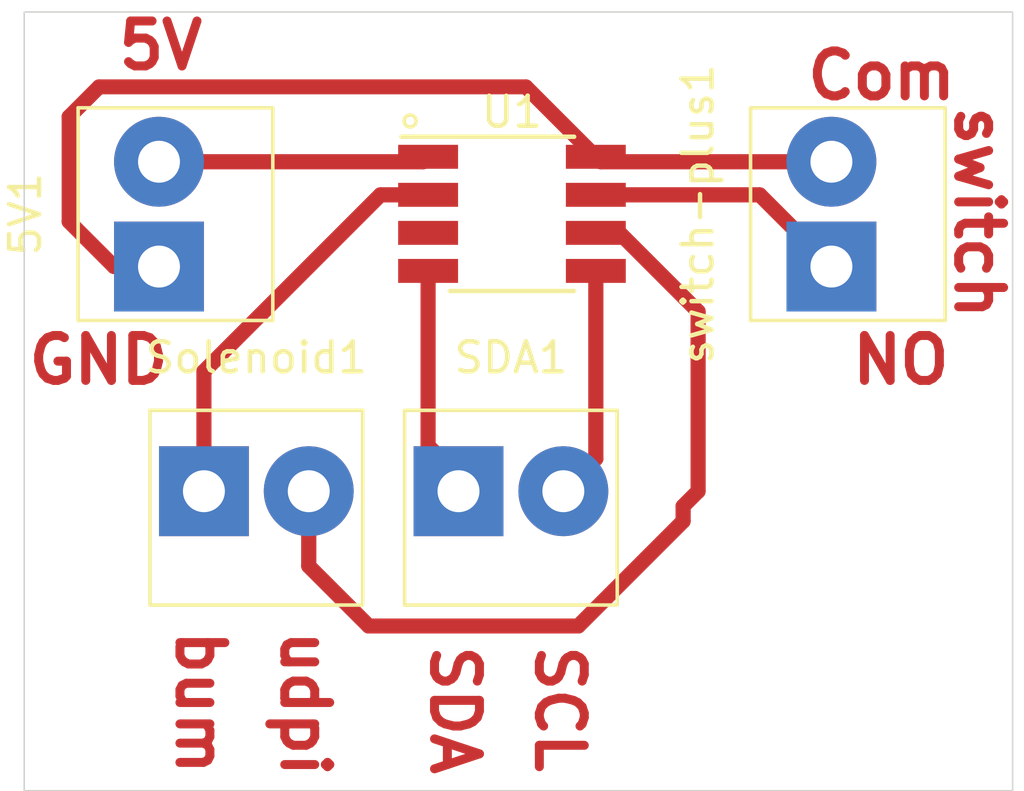
<source format=kicad_pcb>
(kicad_pcb (version 20240108) (generator "pcbnew") (generator_version "8.0")
  (layers (0 "F.Cu" signal) (31 "B.Cu" signal) (34 "B.Paste" user) (35 "F.Paste" user) (36 "B.SilkS" user "B.Silkscreen") (37 "F.SilkS" user "F.Silkscreen") (38 "B.Mask" user) (39 "F.Mask" user) (44 "Edge.Cuts" user))
  (net 0 "")
  (net 1 "Net-(5V1-Pin_2)")
  (net 2 "Net-(SDA1-Pin_1)")
  (net 3 "Net-(SDA1-Pin_2)")
  (net 4 "Net-(U1-PA3{slash}SCK)")
  (net 6 "Net-(Solenoid1-Pin_1)")
  (net 7 "Net-(Solenoid1-Pin_2)")
  (net 8 "Net-(5V1-Pin_1)")
  (footprint "fab:TerminalBlock_OnShore_1x02_P3.50mm_Horizontal" (layer "F.Cu") (at 171 95)
    (property "Reference" "SDA1" (at 1.75 -4.46 0) (layer "F.SilkS"))
    (property "Value" "SCL")
    (fp_line (start -1.8 -2.7) (end -1.8 3.8) (stroke (width 0.12)) (layer "F.SilkS"))
    (fp_line (start -1.8 -2.7) (end 5.3 -2.7) (stroke (width 0.12)) (layer "F.SilkS"))
    (fp_line (start -1.8 3.8) (end 5.3 3.8) (stroke (width 0.12)) (layer "F.SilkS"))
    (fp_line (start 5.3 -2.7) (end 5.3 3.8) (stroke (width 0.12)) (layer "F.SilkS"))
    (pad "1" thru_hole rect (at 0 0) (size 3 3) (drill 1.4) (layers "*.Cu" "*.Mask") (net 2 "Net-(SDA1-Pin_1)"))
    (pad "2" thru_hole circle (at 3.5 0) (size 3 3) (drill 1.4) (layers "*.Cu" "*.Mask") (net 3 "Net-(SDA1-Pin_2)"))
  )
  (footprint "fab:SOIC-8_3.9x4.9mm_P1.27mm" (layer "F.Cu") (at 172.785 85.74)
    (property "Reference" "U1" (at 0 -3.4 0) (layer "F.SilkS"))
    (property "Value" "Microcontroller_ATtiny412_SSFR")
    (fp_line (start -3.69 -2.575) (end 2.075 -2.575) (stroke (width 0.15)) (layer "F.SilkS"))
    (fp_line (start -2.075 2.575) (end 2.075 2.575) (stroke (width 0.15)) (layer "F.SilkS"))
    (fp_circle (center -3.4 -3.1) (end -3.2 -3.1) (stroke (width 0.12)) (fill none) (layer "F.SilkS"))
    (pad "1" smd rect (at -2.8 -1.905) (size 2 0.8) (layers "F.Cu" "F.Paste" "F.Mask") (net 1 "Net-(5V1-Pin_2)"))
    (pad "2" smd rect (at -2.8 -0.635) (size 2 0.8) (layers "F.Cu" "F.Paste" "F.Mask") (net 6 "Net-(Solenoid1-Pin_1)"))
    (pad "3" smd rect (at -2.8 0.635) (size 2 0.8) (layers "F.Cu" "F.Paste" "F.Mask"))
    (pad "4" smd rect (at -2.8 1.905) (size 2 0.8) (layers "F.Cu" "F.Paste" "F.Mask") (net 2 "Net-(SDA1-Pin_1)"))
    (pad "5" smd rect (at 2.8 1.905) (size 2 0.8) (layers "F.Cu" "F.Paste" "F.Mask") (net 3 "Net-(SDA1-Pin_2)"))
    (pad "6" smd rect (at 2.8 0.635) (size 2 0.8) (layers "F.Cu" "F.Paste" "F.Mask") (net 7 "Net-(Solenoid1-Pin_2)"))
    (pad "7" smd rect (at 2.8 -0.635) (size 2 0.8) (layers "F.Cu" "F.Paste" "F.Mask") (net 4 "Net-(U1-PA3{slash}SCK)"))
    (pad "8" smd rect (at 2.8 -1.905) (size 2 0.8) (layers "F.Cu" "F.Paste" "F.Mask") (net 8 "Net-(5V1-Pin_1)"))
  )
  (footprint "fab:TerminalBlock_OnShore_1x02_P3.50mm_Horizontal" (layer "F.Cu") (at 183.45 87.5 90)
    (property "Reference" "switch-plus1" (at 1.75 -4.46 -90) (layer "F.SilkS"))
    (property "Value" "switch-minus")
    (fp_line (start 5.3 -2.7) (end 5.3 3.8) (stroke (width 0.12)) (layer "F.SilkS"))
    (fp_line (start -1.8 -2.7) (end 5.3 -2.7) (stroke (width 0.12)) (layer "F.SilkS"))
    (fp_line (start -1.8 -2.7) (end -1.8 3.8) (stroke (width 0.12)) (layer "F.SilkS"))
    (fp_line (start -1.8 3.8) (end 5.3 3.8) (stroke (width 0.12)) (layer "F.SilkS"))
    (pad "1" thru_hole rect (at 0 0 90) (size 3 3) (drill 1.4) (layers "*.Cu" "*.Mask") (net 4 "Net-(U1-PA3{slash}SCK)"))
    (pad "2" thru_hole circle (at 3.5 0 90) (size 3 3) (drill 1.4) (layers "*.Cu" "*.Mask") (net 8 "Net-(5V1-Pin_1)"))
  )
  (footprint "fab:TerminalBlock_OnShore_1x02_P3.50mm_Horizontal" (layer "F.Cu") (at 162.5 95)
    (property "Reference" "Solenoid1" (at 1.75 -4.46 0) (layer "F.SilkS"))
    (property "Value" "UPDI")
    (fp_line (start -1.8 -2.7) (end -1.8 3.8) (stroke (width 0.12)) (layer "F.SilkS"))
    (fp_line (start -1.8 -2.7) (end 5.3 -2.7) (stroke (width 0.12)) (layer "F.SilkS"))
    (fp_line (start -1.8 3.8) (end 5.3 3.8) (stroke (width 0.12)) (layer "F.SilkS"))
    (fp_line (start 5.3 -2.7) (end 5.3 3.8) (stroke (width 0.12)) (layer "F.SilkS"))
    (pad "1" thru_hole rect (at 0 0) (size 3 3) (drill 1.4) (layers "*.Cu" "*.Mask") (net 6 "Net-(Solenoid1-Pin_1)"))
    (pad "2" thru_hole circle (at 3.5 0) (size 3 3) (drill 1.4) (layers "*.Cu" "*.Mask") (net 7 "Net-(Solenoid1-Pin_2)"))
  )
  (footprint "fab:TerminalBlock_OnShore_1x02_P3.50mm_Horizontal" (layer "F.Cu") (at 161 87.5 90)
    (property "Reference" "5V1" (at 1.75 -4.46 -90) (layer "F.SilkS"))
    (property "Value" "GND")
    (fp_line (start 5.3 -2.7) (end 5.3 3.8) (stroke (width 0.12)) (layer "F.SilkS"))
    (fp_line (start -1.8 -2.7) (end 5.3 -2.7) (stroke (width 0.12)) (layer "F.SilkS"))
    (fp_line (start -1.8 -2.7) (end -1.8 3.8) (stroke (width 0.12)) (layer "F.SilkS"))
    (fp_line (start -1.8 3.8) (end 5.3 3.8) (stroke (width 0.12)) (layer "F.SilkS"))
    (pad "1" thru_hole rect (at 0 0 90) (size 3 3) (drill 1.4) (layers "*.Cu" "*.Mask") (net 8 "Net-(5V1-Pin_1)"))
    (pad "2" thru_hole circle (at 3.5 0 90) (size 3 3) (drill 1.4) (layers "*.Cu" "*.Mask") (net 1 "Net-(5V1-Pin_2)"))
  )
  (gr_rect (start 156.5 79) (end 189.5 105) (stroke (width 0.05)) (fill none) (layer "Edge.Cuts"))
  (gr_text "udpi\n" (at 165 99.5 270) (layer "F.Cu") (effects (font (size 1.5 1.5) (thickness 0.3) (bold yes)) (justify left bottom)))
  (gr_text "bum" (at 161.5 99.5 270) (layer "F.Cu") (effects (font (size 1.5 1.5) (thickness 0.3) (bold yes)) (justify left bottom)))
  (gr_text "SDA" (at 170 100 -90) (layer "F.Cu") (effects (font (size 1.5 1.5) (thickness 0.3) (bold yes)) (justify left bottom)))
  (gr_text "GND" (at 156.5 91.5 0) (layer "F.Cu") (effects (font (size 1.5 1.5) (thickness 0.3) (bold yes)) (justify left bottom)))
  (gr_text "SCL" (at 173.5 100 -90) (layer "F.Cu") (effects (font (size 1.5 1.5) (thickness 0.3) (bold yes)) (justify left bottom)))
  (gr_text "5V" (at 159.5 81 0) (layer "F.Cu") (effects (font (size 1.5 1.5) (thickness 0.3) (bold yes)) (justify left bottom)))
  (gr_text "NO" (at 184 91.5 0) (layer "F.Cu") (effects (font (size 1.5 1.5) (thickness 0.3) (bold yes)) (justify left bottom)))
  (gr_text "switch" (at 187.5 82 -90) (layer "F.Cu") (effects (font (size 1.5 1.5) (thickness 0.3) (bold yes)) (justify left bottom)))
  (gr_text "Com" (at 182.5 82 0) (layer "F.Cu") (effects (font (size 1.5 1.5) (thickness 0.3) (bold yes)) (justify left bottom)))
  (segment (start 161 84) (end 169.82 84) (width 0.5) (layer "F.Cu") (net 1))
  (segment (start 169.82 84) (end 169.985 83.835) (width 0.5) (layer "F.Cu") (net 1))
  (segment (start 161 84) (end 169.82 84) (width 0.5) (layer "F.Cu") (net 1))
  (segment (start 169.82 84) (end 169.985 83.835) (width 0.5) (layer "F.Cu") (net 1))
  (segment (start 171 95) (end 171 94.5) (width 0.5) (layer "F.Cu") (net 2))
  (segment (start 169.985 93.485) (end 169.985 87.645) (width 0.5) (layer "F.Cu") (net 2))
  (segment (start 169.985 93.485) (end 169.985 87.645) (width 0.5) (layer "F.Cu") (net 2))
  (segment (start 171 94.5) (end 169.985 93.485) (width 0.5) (layer "F.Cu") (net 2))
  (segment (start 171 95) (end 171 94.5) (width 0.5) (layer "F.Cu") (net 2))
  (segment (start 171 94.5) (end 169.985 93.485) (width 0.5) (layer "F.Cu") (net 2))
  (segment (start 175.585 93.915) (end 174.5 95) (width 0.5) (layer "F.Cu") (net 3))
  (segment (start 175.585 87.645) (end 175.585 93.915) (width 0.5) (layer "F.Cu") (net 3))
  (segment (start 175.585 87.645) (end 175.585 93.915) (width 0.5) (layer "F.Cu") (net 3))
  (segment (start 175.585 93.915) (end 174.5 95) (width 0.5) (layer "F.Cu") (net 3))
  (segment (start 181.055 85.105) (end 175.585 85.105) (width 0.5) (layer "F.Cu") (net 4))
  (segment (start 181.055 85.105) (end 175.585 85.105) (width 0.5) (layer "F.Cu") (net 4))
  (segment (start 183.45 87.5) (end 181.055 85.105) (width 0.5) (layer "F.Cu") (net 4))
  (segment (start 183.45 87.5) (end 181.055 85.105) (width 0.5) (layer "F.Cu") (net 4))
  (segment (start 162.5 91) (end 168.395 85.105) (width 0.5) (layer "F.Cu") (net 6))
  (segment (start 168.395 85.105) (end 169.985 85.105) (width 0.5) (layer "F.Cu") (net 6))
  (segment (start 162.5 95) (end 162.5 91) (width 0.5) (layer "F.Cu") (net 6))
  (segment (start 162.5 91) (end 168.395 85.105) (width 0.5) (layer "F.Cu") (net 6))
  (segment (start 168.395 85.105) (end 169.985 85.105) (width 0.5) (layer "F.Cu") (net 6))
  (segment (start 162.5 95) (end 162.5 91) (width 0.5) (layer "F.Cu") (net 6))
  (segment (start 176.375 86.375) (end 175.585 86.375) (width 0.5) (layer "F.Cu") (net 7))
  (segment (start 179 89) (end 176.375 86.375) (width 0.5) (layer "F.Cu") (net 7))
  (segment (start 166 97.5) (end 168 99.5) (width 0.5) (layer "F.Cu") (net 7))
  (segment (start 176.375 86.375) (end 175.585 86.375) (width 0.5) (layer "F.Cu") (net 7))
  (segment (start 166 95) (end 166 97.5) (width 0.5) (layer "F.Cu") (net 7))
  (segment (start 178.5 95.5) (end 179 95) (width 0.5) (layer "F.Cu") (net 7))
  (segment (start 166 95) (end 166 97.5) (width 0.5) (layer "F.Cu") (net 7))
  (segment (start 175 99.5) (end 178.5 96) (width 0.5) (layer "F.Cu") (net 7))
  (segment (start 179 89) (end 176.375 86.375) (width 0.5) (layer "F.Cu") (net 7))
  (segment (start 166 97.5) (end 168 99.5) (width 0.5) (layer "F.Cu") (net 7))
  (segment (start 168 99.5) (end 175 99.5) (width 0.5) (layer "F.Cu") (net 7))
  (segment (start 168 99.5) (end 175 99.5) (width 0.5) (layer "F.Cu") (net 7))
  (segment (start 178.5 95.5) (end 179 95) (width 0.5) (layer "F.Cu") (net 7))
  (segment (start 179 95) (end 179 89) (width 0.5) (layer "F.Cu") (net 7))
  (segment (start 178.5 96) (end 178.5 95.5) (width 0.5) (layer "F.Cu") (net 7))
  (segment (start 178.5 96) (end 178.5 95.5) (width 0.5) (layer "F.Cu") (net 7))
  (segment (start 179 95) (end 179 89) (width 0.5) (layer "F.Cu") (net 7))
  (segment (start 175 99.5) (end 178.5 96) (width 0.5) (layer "F.Cu") (net 7))
  (segment (start 175.75 84) (end 175.585 83.835) (width 0.5) (layer "F.Cu") (net 8))
  (segment (start 159.5 87.5) (end 161 87.5) (width 0.5) (layer "F.Cu") (net 8))
  (segment (start 158 82.5) (end 158 86) (width 0.5) (layer "F.Cu") (net 8))
  (segment (start 158 86) (end 159.5 87.5) (width 0.5) (layer "F.Cu") (net 8))
  (segment (start 183.45 84) (end 175.75 84) (width 0.5) (layer "F.Cu") (net 8))
  (segment (start 183.45 84) (end 175.75 84) (width 0.5) (layer "F.Cu") (net 8))
  (segment (start 159 81.5) (end 158 82.5) (width 0.5) (layer "F.Cu") (net 8))
  (segment (start 175.585 83.835) (end 173.25 81.5) (width 0.5) (layer "F.Cu") (net 8))
  (segment (start 173.25 81.5) (end 159 81.5) (width 0.5) (layer "F.Cu") (net 8))
  (segment (start 175.75 84) (end 175.585 83.835) (width 0.5) (layer "F.Cu") (net 8))
)
</source>
